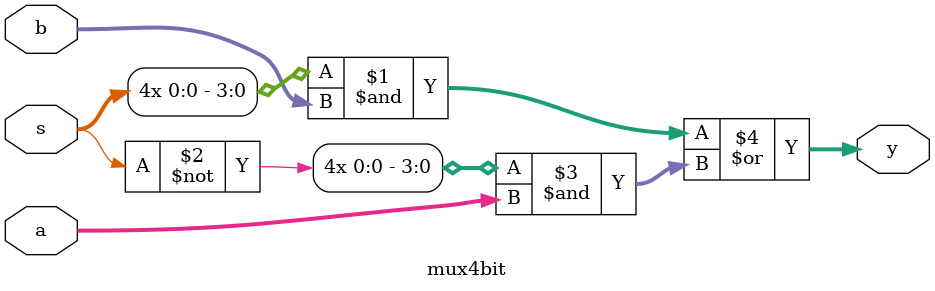
<source format=v>
`timescale 1ns / 1ps


module mux4bit(
input [3:0] a,
input [3:0] b,
input       s,
output [3:0] y
    );
assign y = ({4{s}} & b) | ({4{~s}} & a);
endmodule

</source>
